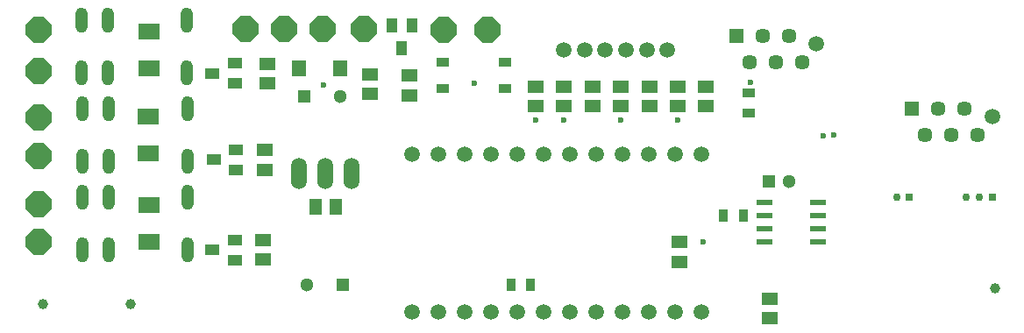
<source format=gbs>
G04*
G04 #@! TF.GenerationSoftware,Altium Limited,Altium Designer,20.0.12 (288)*
G04*
G04 Layer_Color=16711935*
%FSLAX42Y42*%
%MOMM*%
G71*
G01*
G75*
%ADD16R,1.30X1.30*%
%ADD17C,1.30*%
%ADD18C,0.75*%
%ADD19R,0.75X0.75*%
%ADD20C,1.50*%
%ADD21C,1.45*%
%ADD22R,1.45X1.45*%
%ADD23C,1.52*%
%ADD24O,1.52X3.05*%
%ADD25P,2.66X8X112.5*%
%ADD26P,2.66X8X22.5*%
%ADD27O,1.22X2.44*%
%ADD28C,1.00*%
%ADD29C,0.60*%
%ADD33R,1.30X0.90*%
%ADD34R,0.90X1.30*%
%ADD35R,1.40X1.64*%
%ADD36R,1.50X1.30*%
%ADD37R,1.30X1.50*%
%ADD38R,1.30X0.90*%
%ADD39R,2.10X1.50*%
%ADD40R,1.00X1.40*%
%ADD41R,1.40X1.00*%
%ADD42R,1.60X0.60*%
D16*
X7413Y1510D02*
D03*
X3305Y510D02*
D03*
X2929Y2334D02*
D03*
D17*
X7613Y1510D02*
D03*
X2955Y510D02*
D03*
X3279Y2334D02*
D03*
D18*
X8649Y1363D02*
D03*
X9324D02*
D03*
X9449D02*
D03*
D19*
X8774D02*
D03*
X9574D02*
D03*
D20*
X9575Y2140D02*
D03*
X7878Y2845D02*
D03*
D21*
X9435Y1960D02*
D03*
X9308Y2214D02*
D03*
X8927Y1960D02*
D03*
X9054Y2214D02*
D03*
X9181Y1960D02*
D03*
X7738Y2665D02*
D03*
X7611Y2919D02*
D03*
X7230Y2665D02*
D03*
X7357Y2919D02*
D03*
X7484Y2665D02*
D03*
D22*
X8800Y2214D02*
D03*
X7103Y2919D02*
D03*
D23*
X3969Y1776D02*
D03*
X4223D02*
D03*
X4477D02*
D03*
X4731D02*
D03*
X4985D02*
D03*
X5239D02*
D03*
X5493D02*
D03*
X5747D02*
D03*
X6001D02*
D03*
X6255D02*
D03*
X6509D02*
D03*
X6763D02*
D03*
Y252D02*
D03*
X6509D02*
D03*
X6255D02*
D03*
X6001D02*
D03*
X5747D02*
D03*
X5493D02*
D03*
X5239D02*
D03*
X4985D02*
D03*
X4731D02*
D03*
X4477D02*
D03*
X4223D02*
D03*
X3969D02*
D03*
X5436Y2786D02*
D03*
X5636D02*
D03*
X5836D02*
D03*
X6036D02*
D03*
X6236D02*
D03*
X6436D02*
D03*
D24*
X3389Y1589D02*
D03*
X3135D02*
D03*
X2881D02*
D03*
D25*
X360Y2129D02*
D03*
X3508Y2986D02*
D03*
X360Y2580D02*
D03*
Y1759D02*
D03*
Y927D02*
D03*
D26*
X2363Y2986D02*
D03*
X2738D02*
D03*
X3108D02*
D03*
X360Y1296D02*
D03*
Y2979D02*
D03*
X4701D02*
D03*
X4272D02*
D03*
D27*
X786Y1705D02*
D03*
X1040D02*
D03*
X1802D02*
D03*
Y2213D02*
D03*
X1040D02*
D03*
X786D02*
D03*
Y854D02*
D03*
X1040D02*
D03*
X1802D02*
D03*
Y1362D02*
D03*
X1040D02*
D03*
X786D02*
D03*
X780Y2559D02*
D03*
X1034D02*
D03*
X1796D02*
D03*
Y3067D02*
D03*
X1034D02*
D03*
X780D02*
D03*
D28*
X1255Y325D02*
D03*
X405D02*
D03*
X9599Y483D02*
D03*
D29*
X8044Y1961D02*
D03*
X7943Y1953D02*
D03*
X7238Y2469D02*
D03*
X6779Y925D02*
D03*
X4571Y2459D02*
D03*
X3117Y2446D02*
D03*
X6536Y2103D02*
D03*
X5161D02*
D03*
X5432D02*
D03*
X5986D02*
D03*
D33*
X7220Y2365D02*
D03*
Y2175D02*
D03*
D34*
X5117Y510D02*
D03*
X4926D02*
D03*
X7168Y1181D02*
D03*
X6978D02*
D03*
D35*
X2877Y2609D02*
D03*
X3280D02*
D03*
D36*
X6552Y926D02*
D03*
Y736D02*
D03*
X7427Y380D02*
D03*
Y190D02*
D03*
X3943Y2346D02*
D03*
Y2536D02*
D03*
X2545Y1627D02*
D03*
Y1817D02*
D03*
X2531Y949D02*
D03*
Y759D02*
D03*
X5161Y2237D02*
D03*
Y2427D02*
D03*
X5711Y2429D02*
D03*
Y2239D02*
D03*
X3566Y2360D02*
D03*
Y2550D02*
D03*
X2575Y2649D02*
D03*
Y2459D02*
D03*
X6811Y2429D02*
D03*
Y2239D02*
D03*
X6261D02*
D03*
Y2429D02*
D03*
X5986Y2239D02*
D03*
Y2429D02*
D03*
X5436D02*
D03*
Y2239D02*
D03*
X6536Y2429D02*
D03*
Y2239D02*
D03*
D37*
X3231Y1268D02*
D03*
X3041D02*
D03*
D38*
X4270Y2663D02*
D03*
Y2409D02*
D03*
X4870D02*
D03*
Y2663D02*
D03*
D39*
X1421Y1780D02*
D03*
Y2140D02*
D03*
X1427Y1285D02*
D03*
Y925D02*
D03*
X1433Y2605D02*
D03*
Y2965D02*
D03*
D40*
X3778Y3016D02*
D03*
X3968Y3016D02*
D03*
X3873Y2796D02*
D03*
D41*
X2273Y1817D02*
D03*
Y1627D02*
D03*
X2053Y1722D02*
D03*
X2261Y945D02*
D03*
Y755D02*
D03*
X2041Y850D02*
D03*
X2261Y2652D02*
D03*
Y2462D02*
D03*
X2041Y2557D02*
D03*
D42*
X7891Y1306D02*
D03*
Y1179D02*
D03*
X7891Y1052D02*
D03*
X7891Y925D02*
D03*
X7371D02*
D03*
Y1052D02*
D03*
X7371Y1179D02*
D03*
X7371Y1306D02*
D03*
M02*

</source>
